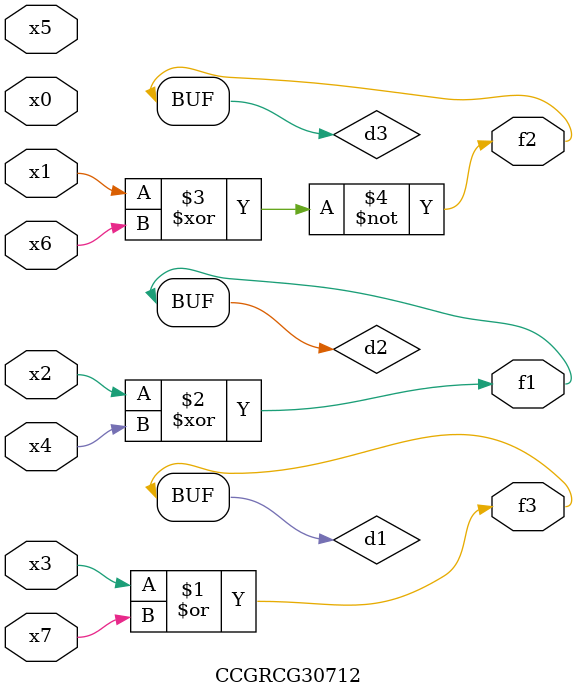
<source format=v>
module CCGRCG30712(
	input x0, x1, x2, x3, x4, x5, x6, x7,
	output f1, f2, f3
);

	wire d1, d2, d3;

	or (d1, x3, x7);
	xor (d2, x2, x4);
	xnor (d3, x1, x6);
	assign f1 = d2;
	assign f2 = d3;
	assign f3 = d1;
endmodule

</source>
